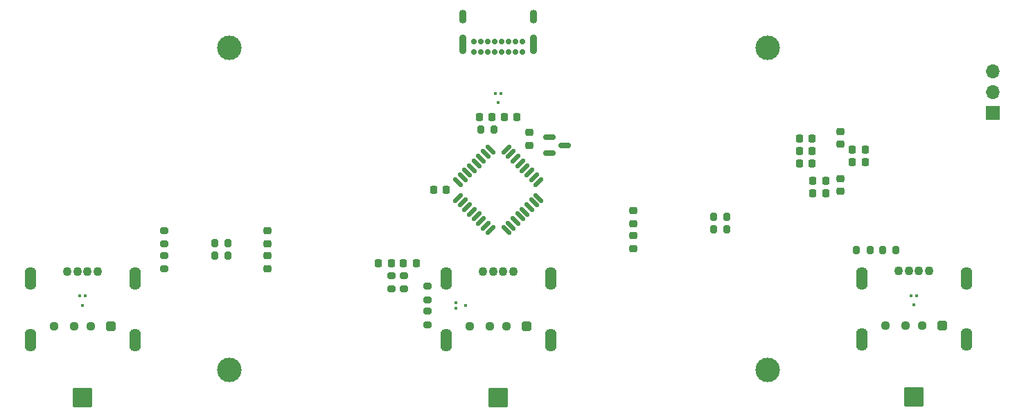
<source format=gbr>
%TF.GenerationSoftware,KiCad,Pcbnew,7.0.2-0*%
%TF.CreationDate,2024-02-19T10:57:34-08:00*%
%TF.ProjectId,led-usb-hub,6c65642d-7573-4622-9d68-75622e6b6963,rev?*%
%TF.SameCoordinates,Original*%
%TF.FileFunction,Soldermask,Bot*%
%TF.FilePolarity,Negative*%
%FSLAX46Y46*%
G04 Gerber Fmt 4.6, Leading zero omitted, Abs format (unit mm)*
G04 Created by KiCad (PCBNEW 7.0.2-0) date 2024-02-19 10:57:34*
%MOMM*%
%LPD*%
G01*
G04 APERTURE LIST*
G04 Aperture macros list*
%AMRoundRect*
0 Rectangle with rounded corners*
0 $1 Rounding radius*
0 $2 $3 $4 $5 $6 $7 $8 $9 X,Y pos of 4 corners*
0 Add a 4 corners polygon primitive as box body*
4,1,4,$2,$3,$4,$5,$6,$7,$8,$9,$2,$3,0*
0 Add four circle primitives for the rounded corners*
1,1,$1+$1,$2,$3*
1,1,$1+$1,$4,$5*
1,1,$1+$1,$6,$7*
1,1,$1+$1,$8,$9*
0 Add four rect primitives between the rounded corners*
20,1,$1+$1,$2,$3,$4,$5,0*
20,1,$1+$1,$4,$5,$6,$7,0*
20,1,$1+$1,$6,$7,$8,$9,0*
20,1,$1+$1,$8,$9,$2,$3,0*%
G04 Aperture macros list end*
%ADD10C,3.000000*%
%ADD11C,0.700000*%
%ADD12O,0.900000X2.400000*%
%ADD13O,0.900000X1.700000*%
%ADD14RoundRect,0.141000X-0.423000X-0.423000X0.423000X-0.423000X0.423000X0.423000X-0.423000X0.423000X0*%
%ADD15C,1.128000*%
%ADD16C,1.100000*%
%ADD17O,1.408000X2.816000*%
%ADD18RoundRect,0.102000X-1.050000X-1.050000X1.050000X-1.050000X1.050000X1.050000X-1.050000X1.050000X0*%
%ADD19R,1.700000X1.700000*%
%ADD20O,1.700000X1.700000*%
%ADD21RoundRect,0.200000X-0.200000X-0.275000X0.200000X-0.275000X0.200000X0.275000X-0.200000X0.275000X0*%
%ADD22RoundRect,0.225000X-0.225000X-0.250000X0.225000X-0.250000X0.225000X0.250000X-0.225000X0.250000X0*%
%ADD23RoundRect,0.225000X-0.250000X0.225000X-0.250000X-0.225000X0.250000X-0.225000X0.250000X0.225000X0*%
%ADD24RoundRect,0.225000X0.225000X0.250000X-0.225000X0.250000X-0.225000X-0.250000X0.225000X-0.250000X0*%
%ADD25RoundRect,0.200000X0.200000X0.275000X-0.200000X0.275000X-0.200000X-0.275000X0.200000X-0.275000X0*%
%ADD26RoundRect,0.200000X0.275000X-0.200000X0.275000X0.200000X-0.275000X0.200000X-0.275000X-0.200000X0*%
%ADD27RoundRect,0.200000X-0.275000X0.200000X-0.275000X-0.200000X0.275000X-0.200000X0.275000X0.200000X0*%
%ADD28R,0.299999X0.449999*%
%ADD29RoundRect,0.225000X0.250000X-0.225000X0.250000X0.225000X-0.250000X0.225000X-0.250000X-0.225000X0*%
%ADD30RoundRect,0.125000X0.353553X0.530330X-0.530330X-0.353553X-0.353553X-0.530330X0.530330X0.353553X0*%
%ADD31RoundRect,0.125000X-0.353553X0.530330X-0.530330X0.353553X0.353553X-0.530330X0.530330X-0.353553X0*%
%ADD32RoundRect,0.150000X-0.587500X-0.150000X0.587500X-0.150000X0.587500X0.150000X-0.587500X0.150000X0*%
%ADD33R,0.449999X0.299999*%
G04 APERTURE END LIST*
D10*
%TO.C,H1*%
X64128000Y-126873000D03*
%TD*%
D11*
%TO.C,J1*%
X100003000Y-88088000D03*
X99153000Y-88088000D03*
X98303000Y-88088000D03*
X97453000Y-88088000D03*
X96603000Y-88088000D03*
X95753000Y-88088000D03*
X94903000Y-88088000D03*
X94053000Y-88088000D03*
X94053000Y-86738000D03*
X94903000Y-86738000D03*
X95753000Y-86738000D03*
X96603000Y-86738000D03*
X97453000Y-86738000D03*
X98303000Y-86738000D03*
X99153000Y-86738000D03*
X100003000Y-86738000D03*
D12*
X101353000Y-87108000D03*
D13*
X101353000Y-83728000D03*
X92703000Y-83728000D03*
D12*
X92703000Y-87108000D03*
%TD*%
D14*
%TO.C,J2*%
X151328000Y-121496000D03*
D15*
X148828000Y-121496000D03*
X146828000Y-121496000D03*
X144328000Y-121496000D03*
D16*
X145953000Y-114836000D03*
X147203000Y-114836000D03*
X149703000Y-114836000D03*
D17*
X141428000Y-123216000D03*
X154228000Y-123216000D03*
X141428000Y-115716000D03*
X154228000Y-115716000D03*
D18*
X147828000Y-130256000D03*
D16*
X148453000Y-114836000D03*
%TD*%
D10*
%TO.C,H4*%
X129928000Y-87503000D03*
%TD*%
%TO.C,H2*%
X129928000Y-126873000D03*
%TD*%
D14*
%TO.C,J3*%
X100528000Y-121542000D03*
D15*
X98028000Y-121542000D03*
X96028000Y-121542000D03*
X93528000Y-121542000D03*
D16*
X95153000Y-114882000D03*
X96403000Y-114882000D03*
X98903000Y-114882000D03*
D17*
X90628000Y-123262000D03*
X103428000Y-123262000D03*
X90628000Y-115762000D03*
X103428000Y-115762000D03*
D18*
X97028000Y-130302000D03*
D16*
X97653000Y-114882000D03*
%TD*%
D19*
%TO.C,J5*%
X157480000Y-95504000D03*
D20*
X157480000Y-92964000D03*
X157480000Y-90424000D03*
%TD*%
D14*
%TO.C,J4*%
X49728000Y-121542000D03*
D15*
X47228000Y-121542000D03*
X45228000Y-121542000D03*
X42728000Y-121542000D03*
D16*
X44353000Y-114882000D03*
X45603000Y-114882000D03*
X48103000Y-114882000D03*
D17*
X39828000Y-123262000D03*
X52628000Y-123262000D03*
X39828000Y-115762000D03*
X52628000Y-115762000D03*
D18*
X46228000Y-130302000D03*
D16*
X46853000Y-114882000D03*
%TD*%
D10*
%TO.C,H3*%
X64128000Y-87503000D03*
%TD*%
D21*
%TO.C,R32*%
X123318000Y-108204000D03*
X124968000Y-108204000D03*
%TD*%
D22*
%TO.C,C39*%
X135483000Y-103835000D03*
X137033000Y-103835000D03*
%TD*%
D23*
%TO.C,C35*%
X68834000Y-112970000D03*
X68834000Y-114520000D03*
%TD*%
D24*
%TO.C,C36*%
X135395000Y-100152000D03*
X133845000Y-100152000D03*
%TD*%
D25*
%TO.C,R40*%
X64008000Y-112983000D03*
X62358000Y-112983000D03*
%TD*%
D21*
%TO.C,R34*%
X143994500Y-112299001D03*
X145644500Y-112299001D03*
%TD*%
D26*
%TO.C,R37*%
X88392000Y-121396501D03*
X88392000Y-119746501D03*
%TD*%
D27*
%TO.C,R41*%
X56197000Y-109872000D03*
X56197000Y-111522000D03*
%TD*%
D22*
%TO.C,C40*%
X133845000Y-101676000D03*
X135395000Y-101676000D03*
%TD*%
D24*
%TO.C,C26*%
X96279000Y-96012000D03*
X94729000Y-96012000D03*
%TD*%
D28*
%TO.C,U9*%
X147478001Y-117815000D03*
X148177999Y-117815000D03*
X147828000Y-118965000D03*
%TD*%
D27*
%TO.C,R38*%
X88392000Y-116698501D03*
X88392000Y-118348501D03*
%TD*%
D24*
%TO.C,C24*%
X90678000Y-104902000D03*
X89128000Y-104902000D03*
%TD*%
D29*
%TO.C,C25*%
X100838000Y-99441000D03*
X100838000Y-97891000D03*
%TD*%
D24*
%TO.C,C41*%
X141859000Y-101549000D03*
X140309000Y-101549000D03*
%TD*%
D29*
%TO.C,C31*%
X113538000Y-109026000D03*
X113538000Y-107476000D03*
%TD*%
D26*
%TO.C,R42*%
X56197000Y-114570000D03*
X56197000Y-112920000D03*
%TD*%
D22*
%TO.C,C45*%
X135483000Y-105359000D03*
X137033000Y-105359000D03*
%TD*%
D25*
%TO.C,R33*%
X142470500Y-112299001D03*
X140820500Y-112299001D03*
%TD*%
D24*
%TO.C,C38*%
X141859000Y-100025000D03*
X140309000Y-100025000D03*
%TD*%
D30*
%TO.C,U6*%
X98000272Y-99969930D03*
X98565957Y-100535616D03*
X99131643Y-101101301D03*
X99697328Y-101666986D03*
X100263014Y-102232672D03*
X100828699Y-102798357D03*
X101394384Y-103364043D03*
X101960070Y-103929728D03*
D31*
X101960070Y-105874272D03*
X101394384Y-106439957D03*
X100828699Y-107005643D03*
X100263014Y-107571328D03*
X99697328Y-108137014D03*
X99131643Y-108702699D03*
X98565957Y-109268384D03*
X98000272Y-109834070D03*
D30*
X96055728Y-109834070D03*
X95490043Y-109268384D03*
X94924357Y-108702699D03*
X94358672Y-108137014D03*
X93792986Y-107571328D03*
X93227301Y-107005643D03*
X92661616Y-106439957D03*
X92095930Y-105874272D03*
D31*
X92095930Y-103929728D03*
X92661616Y-103364043D03*
X93227301Y-102798357D03*
X93792986Y-102232672D03*
X94358672Y-101666986D03*
X94924357Y-101101301D03*
X95490043Y-100535616D03*
X96055728Y-99969930D03*
%TD*%
D29*
%TO.C,C34*%
X68834000Y-111472000D03*
X68834000Y-109922000D03*
%TD*%
D21*
%TO.C,R31*%
X123318000Y-109728000D03*
X124968000Y-109728000D03*
%TD*%
D23*
%TO.C,C30*%
X113538000Y-110524000D03*
X113538000Y-112074000D03*
%TD*%
D21*
%TO.C,R24*%
X94870000Y-97536000D03*
X96520000Y-97536000D03*
%TD*%
D27*
%TO.C,R35*%
X83947000Y-115380000D03*
X83947000Y-117030000D03*
%TD*%
D25*
%TO.C,R39*%
X64008000Y-111459000D03*
X62358000Y-111459000D03*
%TD*%
D24*
%TO.C,C37*%
X135395000Y-98628000D03*
X133845000Y-98628000D03*
%TD*%
D28*
%TO.C,U11*%
X45878001Y-117861000D03*
X46577999Y-117861000D03*
X46228000Y-119011000D03*
%TD*%
D29*
%TO.C,C44*%
X138811000Y-105105000D03*
X138811000Y-103555000D03*
%TD*%
D22*
%TO.C,C33*%
X85458000Y-113851000D03*
X87008000Y-113851000D03*
%TD*%
%TO.C,C27*%
X97777000Y-96012000D03*
X99327000Y-96012000D03*
%TD*%
D27*
%TO.C,R36*%
X85471000Y-115380000D03*
X85471000Y-117030000D03*
%TD*%
D32*
%TO.C,U12*%
X103281000Y-100391000D03*
X103281000Y-98491000D03*
X105156000Y-99441000D03*
%TD*%
D33*
%TO.C,U10*%
X91881000Y-119397500D03*
X91881000Y-118697502D03*
X93031000Y-119047501D03*
%TD*%
D28*
%TO.C,U7*%
X96678001Y-93087500D03*
X97377999Y-93087500D03*
X97028000Y-94237500D03*
%TD*%
D23*
%TO.C,C43*%
X138811000Y-97777000D03*
X138811000Y-99327000D03*
%TD*%
D24*
%TO.C,C32*%
X83960000Y-113851000D03*
X82410000Y-113851000D03*
%TD*%
M02*

</source>
